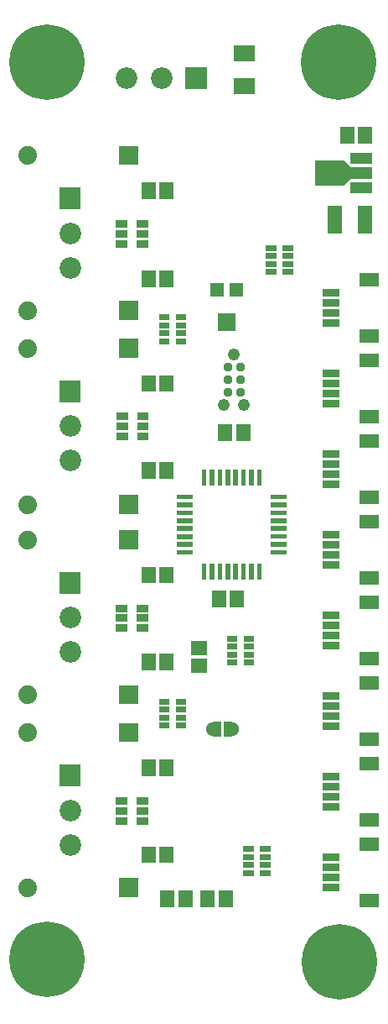
<source format=gbr>
G04 start of page 7 for group -4063 idx -4063 *
G04 Title: (unknown), componentmask *
G04 Creator: pcb 4.0.2 *
G04 CreationDate: Thu Feb 20 20:43:15 2020 UTC *
G04 For: ndholmes *
G04 Format: Gerber/RS-274X *
G04 PCB-Dimensions (mil): 1500.00 3900.00 *
G04 PCB-Coordinate-Origin: lower left *
%MOIN*%
%FSLAX25Y25*%
%LNTOPMASK*%
%ADD50C,0.0370*%
%ADD49C,0.0600*%
%ADD48C,0.0490*%
%ADD47C,0.0740*%
%ADD46C,0.0860*%
%ADD45C,0.0001*%
%ADD44C,0.2997*%
G54D44*X133000Y373000D03*
X17000D03*
G54D45*G36*
X72027Y370855D02*Y362255D01*
X80627D01*
Y370855D01*
X72027D01*
G37*
G54D46*X62547Y366555D03*
X48768D03*
G54D44*X133500Y16000D03*
X17000Y17000D03*
G54D45*G36*
X45800Y49200D02*Y41800D01*
X53200D01*
Y49200D01*
X45800D01*
G37*
G54D47*X9500Y45500D03*
G54D45*G36*
X21873Y94245D02*Y85645D01*
X30473D01*
Y94245D01*
X21873D01*
G37*
G54D46*X26173Y76165D03*
Y62386D03*
G54D45*G36*
X45800Y339700D02*Y332300D01*
X53200D01*
Y339700D01*
X45800D01*
G37*
G54D47*X9500Y336000D03*
G54D45*G36*
X21873Y323245D02*Y314645D01*
X30473D01*
Y323245D01*
X21873D01*
G37*
G36*
X45800Y278200D02*Y270800D01*
X53200D01*
Y278200D01*
X45800D01*
G37*
G54D47*X9500Y274500D03*
G54D46*X26173Y305165D03*
Y291386D03*
G54D45*G36*
X45800Y263200D02*Y255800D01*
X53200D01*
Y263200D01*
X45800D01*
G37*
G54D47*X9500Y259500D03*
G54D45*G36*
X21873Y246745D02*Y238145D01*
X30473D01*
Y246745D01*
X21873D01*
G37*
G54D48*X91500Y257000D03*
X95500Y237000D03*
X87500D03*
G54D46*X26173Y214886D03*
G54D45*G36*
X21873Y170745D02*Y162145D01*
X30473D01*
Y170745D01*
X21873D01*
G37*
G54D46*X26173Y152665D03*
Y138886D03*
Y228665D03*
G54D45*G36*
X45800Y201200D02*Y193800D01*
X53200D01*
Y201200D01*
X45800D01*
G37*
G54D47*X9500Y197500D03*
G54D45*G36*
X45800Y187200D02*Y179800D01*
X53200D01*
Y187200D01*
X45800D01*
G37*
G54D47*X9500Y183500D03*
G54D45*G36*
X45800Y125700D02*Y118300D01*
X53200D01*
Y125700D01*
X45800D01*
G37*
G54D47*X9500Y122000D03*
G54D45*G36*
X45800Y110700D02*Y103300D01*
X53200D01*
Y110700D01*
X45800D01*
G37*
G54D47*X9500Y107000D03*
G54D45*G36*
X126649Y143075D02*Y140113D01*
X133351D01*
Y143075D01*
X126649D01*
G37*
G36*
Y147012D02*Y144050D01*
X133351D01*
Y147012D01*
X126649D01*
G37*
G36*
Y150950D02*Y147988D01*
X133351D01*
Y150950D01*
X126649D01*
G37*
G36*
Y154887D02*Y151925D01*
X133351D01*
Y154887D01*
X126649D01*
G37*
G36*
X141413Y139138D02*Y133814D01*
X149099D01*
Y139138D01*
X141413D01*
G37*
G36*
Y129186D02*Y123862D01*
X149099D01*
Y129186D01*
X141413D01*
G37*
G36*
X126649Y111075D02*Y108113D01*
X133351D01*
Y111075D01*
X126649D01*
G37*
G36*
Y115012D02*Y112050D01*
X133351D01*
Y115012D01*
X126649D01*
G37*
G36*
Y118950D02*Y115988D01*
X133351D01*
Y118950D01*
X126649D01*
G37*
G36*
Y122887D02*Y119925D01*
X133351D01*
Y122887D01*
X126649D01*
G37*
G36*
X141413Y107138D02*Y101814D01*
X149099D01*
Y107138D01*
X141413D01*
G37*
G36*
X68276Y110912D02*Y108640D01*
X72420D01*
Y110912D01*
X68276D01*
G37*
G36*
Y114062D02*Y111788D01*
X72420D01*
Y114062D01*
X68276D01*
G37*
G36*
Y117212D02*Y114938D01*
X72420D01*
Y117212D01*
X68276D01*
G37*
G36*
Y120360D02*Y118088D01*
X72420D01*
Y120360D01*
X68276D01*
G37*
G36*
X95276Y135912D02*Y133640D01*
X99420D01*
Y135912D01*
X95276D01*
G37*
G36*
X88580D02*Y133640D01*
X92724D01*
Y135912D01*
X88580D01*
G37*
G36*
X95276Y139062D02*Y136788D01*
X99420D01*
Y139062D01*
X95276D01*
G37*
G36*
Y142212D02*Y139938D01*
X99420D01*
Y142212D01*
X95276D01*
G37*
G36*
Y145360D02*Y143088D01*
X99420D01*
Y145360D01*
X95276D01*
G37*
G36*
X88580D02*Y143088D01*
X92724D01*
Y145360D01*
X88580D01*
G37*
G36*
Y142212D02*Y139938D01*
X92724D01*
Y142212D01*
X88580D01*
G37*
G36*
Y139062D02*Y136788D01*
X92724D01*
Y139062D01*
X88580D01*
G37*
G54D49*X83500Y108500D03*
G54D45*G36*
X86500Y111500D02*X83500D01*
Y105500D01*
X86500D01*
Y111500D01*
G37*
G54D49*X90300Y108500D03*
G54D45*G36*
Y111500D02*X87300D01*
Y105500D01*
X90300D01*
Y111500D01*
G37*
G36*
X67402Y96209D02*X61684D01*
Y89705D01*
X67402D01*
Y96209D01*
G37*
G36*
X61580Y120360D02*Y118088D01*
X65724D01*
Y120360D01*
X61580D01*
G37*
G36*
Y117212D02*Y114938D01*
X65724D01*
Y117212D01*
X61580D01*
G37*
G36*
Y114062D02*Y111788D01*
X65724D01*
Y114062D01*
X61580D01*
G37*
G36*
Y110912D02*Y108640D01*
X65724D01*
Y110912D01*
X61580D01*
G37*
G36*
X67816Y44252D02*X62098D01*
Y37748D01*
X67816D01*
Y44252D01*
G37*
G36*
X74902D02*X69184D01*
Y37748D01*
X74902D01*
Y44252D01*
G37*
G36*
X67402Y61752D02*X61684D01*
Y55248D01*
X67402D01*
Y61752D01*
G37*
G36*
X60316D02*X54598D01*
Y55248D01*
X60316D01*
Y61752D01*
G37*
G36*
Y96209D02*X54598D01*
Y89705D01*
X60316D01*
Y96209D01*
G37*
G36*
X52700Y73500D02*Y70500D01*
X57300D01*
Y73500D01*
X52700D01*
G37*
G36*
Y77400D02*Y74400D01*
X57300D01*
Y77400D01*
X52700D01*
G37*
G36*
Y81300D02*Y78300D01*
X57300D01*
Y81300D01*
X52700D01*
G37*
G36*
X44500D02*Y78300D01*
X49100D01*
Y81300D01*
X44500D01*
G37*
G36*
Y77400D02*Y74400D01*
X49100D01*
Y77400D01*
X44500D01*
G37*
G36*
Y73500D02*Y70500D01*
X49100D01*
Y73500D01*
X44500D01*
G37*
G36*
X126649Y47075D02*Y44113D01*
X133351D01*
Y47075D01*
X126649D01*
G37*
G36*
X141413Y43138D02*Y37814D01*
X149099D01*
Y43138D01*
X141413D01*
G37*
G36*
X126649Y51012D02*Y48050D01*
X133351D01*
Y51012D01*
X126649D01*
G37*
G36*
Y54950D02*Y51988D01*
X133351D01*
Y54950D01*
X126649D01*
G37*
G36*
Y58887D02*Y55925D01*
X133351D01*
Y58887D01*
X126649D01*
G37*
G36*
X141413Y65186D02*Y59862D01*
X149099D01*
Y65186D01*
X141413D01*
G37*
G36*
X126649Y79075D02*Y76113D01*
X133351D01*
Y79075D01*
X126649D01*
G37*
G36*
X141413Y75138D02*Y69814D01*
X149099D01*
Y75138D01*
X141413D01*
G37*
G36*
X126649Y83012D02*Y80050D01*
X133351D01*
Y83012D01*
X126649D01*
G37*
G36*
Y86950D02*Y83988D01*
X133351D01*
Y86950D01*
X126649D01*
G37*
G36*
Y90887D02*Y87925D01*
X133351D01*
Y90887D01*
X126649D01*
G37*
G36*
X141413Y97186D02*Y91862D01*
X149099D01*
Y97186D01*
X141413D01*
G37*
G36*
X60273Y138252D02*X54555D01*
Y131748D01*
X60273D01*
Y138252D01*
G37*
G36*
Y172752D02*X54555D01*
Y166248D01*
X60273D01*
Y172752D01*
G37*
G36*
X52700Y150000D02*Y147000D01*
X57300D01*
Y150000D01*
X52700D01*
G37*
G36*
Y153900D02*Y150900D01*
X57300D01*
Y153900D01*
X52700D01*
G37*
G36*
Y157800D02*Y154800D01*
X57300D01*
Y157800D01*
X52700D01*
G37*
G36*
X44500D02*Y154800D01*
X49100D01*
Y157800D01*
X44500D01*
G37*
G36*
Y153900D02*Y150900D01*
X49100D01*
Y153900D01*
X44500D01*
G37*
G36*
Y150000D02*Y147000D01*
X49100D01*
Y150000D01*
X44500D01*
G37*
G36*
X74248Y143402D02*Y137684D01*
X80752D01*
Y143402D01*
X74248D01*
G37*
G36*
Y136316D02*Y130598D01*
X80752D01*
Y136316D01*
X74248D01*
G37*
G36*
X67359Y138252D02*X61641D01*
Y131748D01*
X67359D01*
Y138252D01*
G37*
G36*
Y172752D02*X61641D01*
Y166248D01*
X67359D01*
Y172752D01*
G37*
G36*
X88402Y163209D02*X82684D01*
Y156705D01*
X88402D01*
Y163209D01*
G37*
G36*
X95488D02*X89770D01*
Y156705D01*
X95488D01*
Y163209D01*
G37*
G36*
X83816Y44252D02*X78098D01*
Y37748D01*
X83816D01*
Y44252D01*
G37*
G36*
X90902D02*X85184D01*
Y37748D01*
X90902D01*
Y44252D01*
G37*
G36*
X95080Y61860D02*Y59588D01*
X99224D01*
Y61860D01*
X95080D01*
G37*
G36*
Y58712D02*Y56438D01*
X99224D01*
Y58712D01*
X95080D01*
G37*
G36*
Y55562D02*Y53288D01*
X99224D01*
Y55562D01*
X95080D01*
G37*
G36*
Y52412D02*Y50140D01*
X99224D01*
Y52412D01*
X95080D01*
G37*
G36*
X101776D02*Y50140D01*
X105920D01*
Y52412D01*
X101776D01*
G37*
G36*
Y55562D02*Y53288D01*
X105920D01*
Y55562D01*
X101776D01*
G37*
G36*
Y58712D02*Y56438D01*
X105920D01*
Y58712D01*
X101776D01*
G37*
G36*
Y61860D02*Y59588D01*
X105920D01*
Y61860D01*
X101776D01*
G37*
G36*
X67402Y290252D02*X61684D01*
Y283748D01*
X67402D01*
Y290252D01*
G37*
G36*
X60316D02*X54598D01*
Y283748D01*
X60316D01*
Y290252D01*
G37*
G36*
X67359Y325252D02*X61641D01*
Y318748D01*
X67359D01*
Y325252D01*
G37*
G36*
X52700Y302500D02*Y299500D01*
X57300D01*
Y302500D01*
X52700D01*
G37*
G36*
Y306400D02*Y303400D01*
X57300D01*
Y306400D01*
X52700D01*
G37*
G36*
Y310300D02*Y307300D01*
X57300D01*
Y310300D01*
X52700D01*
G37*
G36*
X60273Y325252D02*X54555D01*
Y318748D01*
X60273D01*
Y325252D01*
G37*
G36*
X44500Y310300D02*Y307300D01*
X49100D01*
Y310300D01*
X44500D01*
G37*
G36*
Y306400D02*Y303400D01*
X49100D01*
Y306400D01*
X44500D01*
G37*
G36*
Y302500D02*Y299500D01*
X49100D01*
Y302500D01*
X44500D01*
G37*
G36*
X61580Y269712D02*Y267438D01*
X65724D01*
Y269712D01*
X61580D01*
G37*
G36*
X68276D02*Y267438D01*
X72420D01*
Y269712D01*
X68276D01*
G37*
G36*
X61580Y266562D02*Y264288D01*
X65724D01*
Y266562D01*
X61580D01*
G37*
G36*
Y263412D02*Y261140D01*
X65724D01*
Y263412D01*
X61580D01*
G37*
G36*
X68276D02*Y261140D01*
X72420D01*
Y263412D01*
X68276D01*
G37*
G36*
Y266562D02*Y264288D01*
X72420D01*
Y266562D01*
X68276D01*
G37*
G54D50*X89000Y252000D03*
X94000D03*
X89000Y247000D03*
X94000D03*
X89000Y242000D03*
X94000D03*
G54D45*G36*
X126649Y271075D02*Y268113D01*
X133351D01*
Y271075D01*
X126649D01*
G37*
G36*
Y275012D02*Y272050D01*
X133351D01*
Y275012D01*
X126649D01*
G37*
G36*
Y278950D02*Y275988D01*
X133351D01*
Y278950D01*
X126649D01*
G37*
G36*
Y282887D02*Y279925D01*
X133351D01*
Y282887D01*
X126649D01*
G37*
G36*
Y243012D02*Y240050D01*
X133351D01*
Y243012D01*
X126649D01*
G37*
G36*
Y246950D02*Y243988D01*
X133351D01*
Y246950D01*
X126649D01*
G37*
G36*
Y250887D02*Y247925D01*
X133351D01*
Y250887D01*
X126649D01*
G37*
G36*
X141413Y257186D02*Y251862D01*
X149099D01*
Y257186D01*
X141413D01*
G37*
G36*
X146402Y347252D02*X140684D01*
Y340748D01*
X146402D01*
Y347252D01*
G37*
G36*
X139316D02*X133598D01*
Y340748D01*
X139316D01*
Y347252D01*
G37*
G36*
X137700Y325284D02*Y320904D01*
X146174D01*
Y325284D01*
X137700D01*
G37*
G36*
Y337096D02*Y332716D01*
X146174D01*
Y337096D01*
X137700D01*
G37*
G36*
X134454Y316114D02*X128736D01*
Y304886D01*
X134454D01*
Y316114D01*
G37*
G36*
X129984Y331190D02*Y326810D01*
X146174D01*
Y331190D01*
X129984D01*
G37*
G36*
X123525Y334025D02*Y323975D01*
X135465D01*
Y334025D01*
X123525D01*
G37*
G36*
X138429Y327115D02*X136585Y328959D01*
X133321Y325695D01*
X135165Y323851D01*
X138429Y327115D01*
G37*
G36*
X135165Y334149D02*X133321Y332305D01*
X136585Y329041D01*
X138429Y330885D01*
X135165Y334149D01*
G37*
G36*
X141413Y267138D02*Y261814D01*
X149099D01*
Y267138D01*
X141413D01*
G37*
G36*
Y289186D02*Y283862D01*
X149099D01*
Y289186D01*
X141413D01*
G37*
G36*
X146264Y316114D02*X140546D01*
Y304886D01*
X146264D01*
Y316114D01*
G37*
G36*
X61580Y272860D02*Y270588D01*
X65724D01*
Y272860D01*
X61580D01*
G37*
G36*
X68276D02*Y270588D01*
X72420D01*
Y272860D01*
X68276D01*
G37*
G36*
X104080Y300360D02*Y298088D01*
X108223D01*
Y300360D01*
X104080D01*
G37*
G36*
Y297212D02*Y294938D01*
X108223D01*
Y297212D01*
X104080D01*
G37*
G36*
X91450Y366550D02*Y360450D01*
X99550D01*
Y366550D01*
X91450D01*
G37*
G36*
Y379550D02*Y373450D01*
X99550D01*
Y379550D01*
X91450D01*
G37*
G36*
X104080Y294062D02*Y291788D01*
X108223D01*
Y294062D01*
X104080D01*
G37*
G36*
Y290912D02*Y288640D01*
X108223D01*
Y290912D01*
X104080D01*
G37*
G36*
X110777D02*Y288640D01*
X114920D01*
Y290912D01*
X110777D01*
G37*
G36*
Y294062D02*Y291788D01*
X114920D01*
Y294062D01*
X110777D01*
G37*
G36*
Y297212D02*Y294938D01*
X114920D01*
Y297212D01*
X110777D01*
G37*
G36*
Y300360D02*Y298088D01*
X114920D01*
Y300360D01*
X110777D01*
G37*
G36*
X89751Y285200D02*Y279900D01*
X95052D01*
Y285200D01*
X89751D01*
G37*
G36*
X81950D02*Y279900D01*
X87251D01*
Y285200D01*
X81950D01*
G37*
G36*
X85050Y273200D02*Y266300D01*
X91951D01*
Y273200D01*
X85050D01*
G37*
G36*
X67402Y248752D02*X61684D01*
Y242248D01*
X67402D01*
Y248752D01*
G37*
G36*
X60316D02*X54598D01*
Y242248D01*
X60316D01*
Y248752D01*
G37*
G36*
X52900Y226100D02*Y223100D01*
X57500D01*
Y226100D01*
X52900D01*
G37*
G36*
Y230000D02*Y227000D01*
X57500D01*
Y230000D01*
X52900D01*
G37*
G36*
Y233900D02*Y230900D01*
X57500D01*
Y233900D01*
X52900D01*
G37*
G36*
X44700D02*Y230900D01*
X49300D01*
Y233900D01*
X44700D01*
G37*
G36*
Y230000D02*Y227000D01*
X49300D01*
Y230000D01*
X44700D01*
G37*
G36*
Y226100D02*Y223100D01*
X49300D01*
Y226100D01*
X44700D01*
G37*
G36*
X67402Y214252D02*X61684D01*
Y207748D01*
X67402D01*
Y214252D01*
G37*
G36*
X60316D02*X54598D01*
Y207748D01*
X60316D01*
Y214252D01*
G37*
G36*
X97902Y229252D02*X92184D01*
Y222748D01*
X97902D01*
Y229252D01*
G37*
G36*
X90816D02*X85098D01*
Y222748D01*
X90816D01*
Y229252D01*
G37*
G36*
X89862Y211429D02*X87988D01*
Y205129D01*
X89862D01*
Y211429D01*
G37*
G36*
X86712D02*X84838D01*
Y205129D01*
X86712D01*
Y211429D01*
G37*
G36*
X83563D02*X81689D01*
Y205129D01*
X83563D01*
Y211429D01*
G37*
G36*
X80413D02*X78539D01*
Y205129D01*
X80413D01*
Y211429D01*
G37*
G36*
X141413Y161186D02*Y155862D01*
X149099D01*
Y161186D01*
X141413D01*
G37*
G36*
Y225186D02*Y219862D01*
X149099D01*
Y225186D01*
X141413D01*
G37*
G36*
Y235138D02*Y229814D01*
X149099D01*
Y235138D01*
X141413D01*
G37*
G36*
Y171138D02*Y165814D01*
X149099D01*
Y171138D01*
X141413D01*
G37*
G36*
Y193186D02*Y187862D01*
X149099D01*
Y193186D01*
X141413D01*
G37*
G36*
X126649Y214950D02*Y211988D01*
X133351D01*
Y214950D01*
X126649D01*
G37*
G36*
Y218887D02*Y215925D01*
X133351D01*
Y218887D01*
X126649D01*
G37*
G36*
Y239075D02*Y236113D01*
X133351D01*
Y239075D01*
X126649D01*
G37*
G36*
X141413Y203138D02*Y197814D01*
X149099D01*
Y203138D01*
X141413D01*
G37*
G36*
X126649Y207075D02*Y204113D01*
X133351D01*
Y207075D01*
X126649D01*
G37*
G36*
Y211012D02*Y208050D01*
X133351D01*
Y211012D01*
X126649D01*
G37*
G36*
Y175075D02*Y172113D01*
X133351D01*
Y175075D01*
X126649D01*
G37*
G36*
Y179012D02*Y176050D01*
X133351D01*
Y179012D01*
X126649D01*
G37*
G36*
Y182950D02*Y179988D01*
X133351D01*
Y182950D01*
X126649D01*
G37*
G36*
Y186887D02*Y183925D01*
X133351D01*
Y186887D01*
X126649D01*
G37*
G36*
X80414Y173871D02*X78540D01*
Y167571D01*
X80414D01*
Y173871D01*
G37*
G36*
X83563D02*X81689D01*
Y167571D01*
X83563D01*
Y173871D01*
G37*
G36*
X86713D02*X84839D01*
Y167571D01*
X86713D01*
Y173871D01*
G37*
G36*
X89862D02*X87988D01*
Y167571D01*
X89862D01*
Y173871D01*
G37*
G36*
X93012D02*X91138D01*
Y167571D01*
X93012D01*
Y173871D01*
G37*
G36*
X96162D02*X94288D01*
Y167571D01*
X96162D01*
Y173871D01*
G37*
G36*
X99311D02*X97437D01*
Y167571D01*
X99311D01*
Y173871D01*
G37*
G36*
X102461D02*X100587D01*
Y167571D01*
X102461D01*
Y173871D01*
G37*
G36*
X106129Y179414D02*Y177540D01*
X112429D01*
Y179414D01*
X106129D01*
G37*
G36*
Y182563D02*Y180689D01*
X112429D01*
Y182563D01*
X106129D01*
G37*
G36*
Y185713D02*Y183839D01*
X112429D01*
Y185713D01*
X106129D01*
G37*
G36*
Y188862D02*Y186988D01*
X112429D01*
Y188862D01*
X106129D01*
G37*
G36*
Y192012D02*Y190138D01*
X112429D01*
Y192012D01*
X106129D01*
G37*
G36*
Y195162D02*Y193288D01*
X112429D01*
Y195162D01*
X106129D01*
G37*
G36*
Y198311D02*Y196437D01*
X112429D01*
Y198311D01*
X106129D01*
G37*
G36*
Y201461D02*Y199587D01*
X112429D01*
Y201461D01*
X106129D01*
G37*
G36*
X102460Y211429D02*X100586D01*
Y205129D01*
X102460D01*
Y211429D01*
G37*
G36*
X99311D02*X97437D01*
Y205129D01*
X99311D01*
Y211429D01*
G37*
G36*
X96161D02*X94287D01*
Y205129D01*
X96161D01*
Y211429D01*
G37*
G36*
X93012D02*X91138D01*
Y205129D01*
X93012D01*
Y211429D01*
G37*
G36*
X68571Y201460D02*Y199586D01*
X74871D01*
Y201460D01*
X68571D01*
G37*
G36*
Y198311D02*Y196437D01*
X74871D01*
Y198311D01*
X68571D01*
G37*
G36*
Y195161D02*Y193287D01*
X74871D01*
Y195161D01*
X68571D01*
G37*
G36*
Y192012D02*Y190138D01*
X74871D01*
Y192012D01*
X68571D01*
G37*
G36*
Y188862D02*Y186988D01*
X74871D01*
Y188862D01*
X68571D01*
G37*
G36*
Y185712D02*Y183838D01*
X74871D01*
Y185712D01*
X68571D01*
G37*
G36*
Y182563D02*Y180689D01*
X74871D01*
Y182563D01*
X68571D01*
G37*
G36*
Y179413D02*Y177539D01*
X74871D01*
Y179413D01*
X68571D01*
G37*
M02*

</source>
